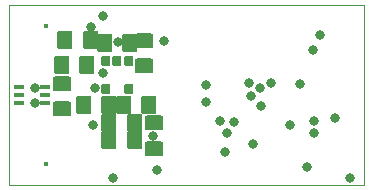
<source format=gbr>
G04 PROTEUS GERBER X2 FILE*
%TF.GenerationSoftware,Labcenter,Proteus,8.5-SP0-Build22067*%
%TF.CreationDate,2018-05-23T12:33:45+00:00*%
%TF.FileFunction,Soldermask,Bot*%
%TF.FilePolarity,Negative*%
%TF.Part,Single*%
%FSLAX45Y45*%
%MOMM*%
G01*
%TA.AperFunction,Material*%
%ADD32C,0.812800*%
%AMPPAD028*
4,1,48,
-0.190500,-0.038100,
-0.190500,0.038100,
-0.189730,0.053940,
-0.187470,0.069260,
-0.183780,0.084000,
-0.178740,0.098080,
-0.164880,0.123990,
-0.146440,0.146440,
-0.123990,0.164880,
-0.098080,0.178740,
-0.069260,0.187470,
-0.053940,0.189730,
-0.038100,0.190500,
0.038100,0.190500,
0.053940,0.189730,
0.069260,0.187470,
0.098080,0.178740,
0.123990,0.164880,
0.146440,0.146440,
0.164880,0.123990,
0.178740,0.098080,
0.183780,0.084000,
0.187470,0.069260,
0.189730,0.053940,
0.190500,0.038100,
0.190500,-0.038100,
0.189730,-0.053940,
0.187470,-0.069260,
0.183780,-0.084000,
0.178740,-0.098080,
0.164880,-0.123990,
0.146440,-0.146440,
0.123990,-0.164880,
0.098080,-0.178740,
0.069260,-0.187470,
0.053940,-0.189730,
0.038100,-0.190500,
-0.038100,-0.190500,
-0.053940,-0.189730,
-0.069260,-0.187470,
-0.098080,-0.178740,
-0.123990,-0.164880,
-0.146440,-0.146440,
-0.164880,-0.123990,
-0.178740,-0.098080,
-0.183780,-0.084000,
-0.187470,-0.069260,
-0.189730,-0.053940,
-0.190500,-0.038100,
0*%
%ADD34PPAD028*%
%AMPPAD045*
4,1,36,
-0.254000,-0.444500,
0.254000,-0.444500,
0.279970,-0.441970,
0.303980,-0.434700,
0.325580,-0.423150,
0.344290,-0.407790,
0.359650,-0.389070,
0.371200,-0.367480,
0.378470,-0.343470,
0.381000,-0.317500,
0.381000,0.317500,
0.378470,0.343470,
0.371200,0.367480,
0.359650,0.389070,
0.344290,0.407790,
0.325580,0.423150,
0.303980,0.434700,
0.279970,0.441970,
0.254000,0.444500,
-0.254000,0.444500,
-0.279970,0.441970,
-0.303980,0.434700,
-0.325580,0.423150,
-0.344290,0.407790,
-0.359650,0.389070,
-0.371200,0.367480,
-0.378470,0.343470,
-0.381000,0.317500,
-0.381000,-0.317500,
-0.378470,-0.343470,
-0.371200,-0.367480,
-0.359650,-0.389070,
-0.344290,-0.407790,
-0.325580,-0.423150,
-0.303980,-0.434700,
-0.279970,-0.441970,
-0.254000,-0.444500,
0*%
%ADD51PPAD045*%
%AMPPAD046*
4,1,36,
-0.508000,-0.762000,
0.508000,-0.762000,
0.533970,-0.759470,
0.557980,-0.752200,
0.579580,-0.740650,
0.598290,-0.725290,
0.613650,-0.706570,
0.625200,-0.684980,
0.632470,-0.660970,
0.635000,-0.635000,
0.635000,0.635000,
0.632470,0.660970,
0.625200,0.684980,
0.613650,0.706570,
0.598290,0.725290,
0.579580,0.740650,
0.557980,0.752200,
0.533970,0.759470,
0.508000,0.762000,
-0.508000,0.762000,
-0.533970,0.759470,
-0.557980,0.752200,
-0.579580,0.740650,
-0.598290,0.725290,
-0.613650,0.706570,
-0.625200,0.684980,
-0.632470,0.660970,
-0.635000,0.635000,
-0.635000,-0.635000,
-0.632470,-0.660970,
-0.625200,-0.684980,
-0.613650,-0.706570,
-0.598290,-0.725290,
-0.579580,-0.740650,
-0.557980,-0.752200,
-0.533970,-0.759470,
-0.508000,-0.762000,
0*%
%ADD52PPAD046*%
%AMPPAD047*
4,1,36,
-0.762000,0.508000,
-0.762000,-0.508000,
-0.759470,-0.533970,
-0.752200,-0.557980,
-0.740650,-0.579580,
-0.725290,-0.598290,
-0.706570,-0.613650,
-0.684980,-0.625200,
-0.660970,-0.632470,
-0.635000,-0.635000,
0.635000,-0.635000,
0.660970,-0.632470,
0.684980,-0.625200,
0.706570,-0.613650,
0.725290,-0.598290,
0.740650,-0.579580,
0.752200,-0.557980,
0.759470,-0.533970,
0.762000,-0.508000,
0.762000,0.508000,
0.759470,0.533970,
0.752200,0.557980,
0.740650,0.579580,
0.725290,0.598290,
0.706570,0.613650,
0.684980,0.625200,
0.660970,0.632470,
0.635000,0.635000,
-0.635000,0.635000,
-0.660970,0.632470,
-0.684980,0.625200,
-0.706570,0.613650,
-0.725290,0.598290,
-0.740650,0.579580,
-0.752200,0.557980,
-0.759470,0.533970,
-0.762000,0.508000,
0*%
%ADD53PPAD047*%
%AMPPAD048*
4,1,4,
0.444500,-0.203200,
0.444500,0.203200,
-0.444500,0.203200,
-0.444500,-0.203200,
0.444500,-0.203200,
0*%
%ADD54PPAD048*%
%TA.AperFunction,Profile*%
%ADD28C,0.101600*%
D32*
X-1270000Y-63500D03*
X-1270000Y+63500D03*
X+1397000Y-698500D03*
X-610000Y-698500D03*
X+637672Y-88442D03*
X+335655Y-483779D03*
X-271373Y-346005D03*
X+553720Y-5080D03*
X+177800Y+88900D03*
X+1030000Y-610000D03*
X+352140Y-317500D03*
X-238760Y-635000D03*
X+571500Y-414020D03*
X+410000Y-230000D03*
X+1270000Y-190500D03*
X+889000Y-254000D03*
X+1143000Y+508000D03*
X+1090263Y-324591D03*
X+970000Y+90000D03*
X+1084580Y-218440D03*
X+170000Y-60000D03*
X+294488Y-221954D03*
X+533936Y+100404D03*
X-180329Y+461239D03*
X+635000Y+63500D03*
X+1079500Y+381000D03*
X-698500Y+190500D03*
X-698500Y+673100D03*
X+723900Y+104140D03*
X-762287Y+60292D03*
X-803722Y+577728D03*
X-784860Y-251460D03*
X-571867Y+450458D03*
D34*
X-1180000Y-585000D03*
X-1180000Y+585000D03*
D51*
X-669880Y+290320D03*
X-575900Y+290320D03*
X-479380Y+290320D03*
X-479380Y+51560D03*
X-669880Y+51560D03*
D52*
X-1016720Y+463480D03*
X-803360Y+463480D03*
X-680720Y+444500D03*
X-467360Y+444500D03*
D53*
X-347980Y+457200D03*
X-347980Y+243840D03*
D52*
X-310000Y-86520D03*
X-523360Y-86520D03*
X-863360Y-86520D03*
X-650000Y-86520D03*
X-1043360Y+253480D03*
X-830000Y+253480D03*
D54*
X-1190000Y+65000D03*
X-1190000Y+0D03*
X-1190000Y-65000D03*
X-1410000Y-65000D03*
X-1410000Y+0D03*
X-1410000Y+65000D03*
D53*
X-1043360Y-119880D03*
X-1043360Y+93480D03*
X-270000Y-453360D03*
X-270000Y-240000D03*
D52*
X-643360Y-236520D03*
X-430000Y-236520D03*
X-643360Y-376520D03*
X-430000Y-376520D03*
D28*
X-1490000Y-760000D02*
X+1510000Y-760000D01*
X+1510000Y+760000D01*
X-1490000Y+760000D01*
X-1490000Y-760000D01*
M02*

</source>
